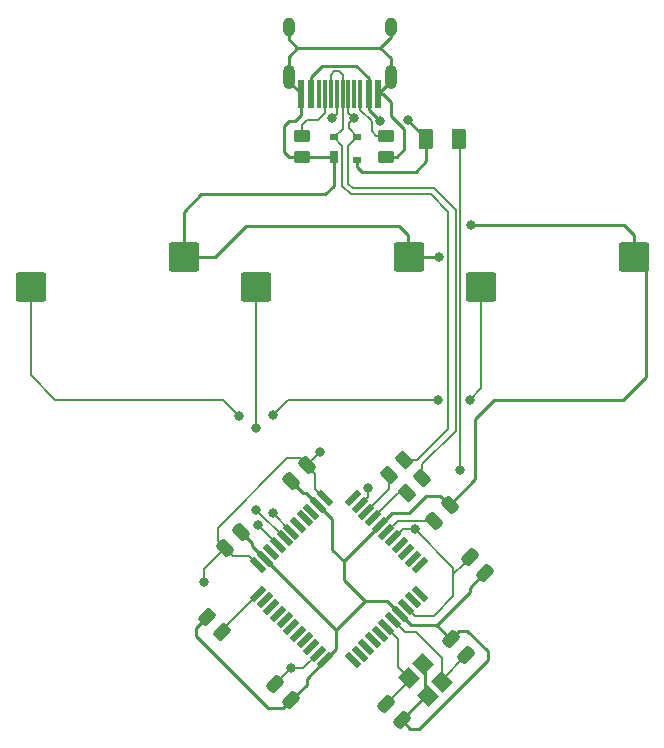
<source format=gbr>
%TF.GenerationSoftware,KiCad,Pcbnew,(6.0.10)*%
%TF.CreationDate,2023-01-18T13:12:32+09:00*%
%TF.ProjectId,3kpad,336b7061-642e-46b6-9963-61645f706362,rev?*%
%TF.SameCoordinates,Original*%
%TF.FileFunction,Copper,L2,Bot*%
%TF.FilePolarity,Positive*%
%FSLAX46Y46*%
G04 Gerber Fmt 4.6, Leading zero omitted, Abs format (unit mm)*
G04 Created by KiCad (PCBNEW (6.0.10)) date 2023-01-18 13:12:32*
%MOMM*%
%LPD*%
G01*
G04 APERTURE LIST*
G04 Aperture macros list*
%AMRoundRect*
0 Rectangle with rounded corners*
0 $1 Rounding radius*
0 $2 $3 $4 $5 $6 $7 $8 $9 X,Y pos of 4 corners*
0 Add a 4 corners polygon primitive as box body*
4,1,4,$2,$3,$4,$5,$6,$7,$8,$9,$2,$3,0*
0 Add four circle primitives for the rounded corners*
1,1,$1+$1,$2,$3*
1,1,$1+$1,$4,$5*
1,1,$1+$1,$6,$7*
1,1,$1+$1,$8,$9*
0 Add four rect primitives between the rounded corners*
20,1,$1+$1,$2,$3,$4,$5,0*
20,1,$1+$1,$4,$5,$6,$7,0*
20,1,$1+$1,$6,$7,$8,$9,0*
20,1,$1+$1,$8,$9,$2,$3,0*%
%AMRotRect*
0 Rectangle, with rotation*
0 The origin of the aperture is its center*
0 $1 length*
0 $2 width*
0 $3 Rotation angle, in degrees counterclockwise*
0 Add horizontal line*
21,1,$1,$2,0,0,$3*%
G04 Aperture macros list end*
%TA.AperFunction,SMDPad,CuDef*%
%ADD10RoundRect,0.200000X-1.075000X-1.050000X1.075000X-1.050000X1.075000X1.050000X-1.075000X1.050000X0*%
%TD*%
%TA.AperFunction,SMDPad,CuDef*%
%ADD11RoundRect,0.250000X-0.159099X0.512652X-0.512652X0.159099X0.159099X-0.512652X0.512652X-0.159099X0*%
%TD*%
%TA.AperFunction,SMDPad,CuDef*%
%ADD12R,0.600000X2.450000*%
%TD*%
%TA.AperFunction,SMDPad,CuDef*%
%ADD13R,0.300000X2.450000*%
%TD*%
%TA.AperFunction,ComponentPad*%
%ADD14O,1.000000X1.600000*%
%TD*%
%TA.AperFunction,ComponentPad*%
%ADD15O,1.000000X2.100000*%
%TD*%
%TA.AperFunction,SMDPad,CuDef*%
%ADD16R,0.700000X1.000000*%
%TD*%
%TA.AperFunction,SMDPad,CuDef*%
%ADD17R,0.700000X0.600000*%
%TD*%
%TA.AperFunction,SMDPad,CuDef*%
%ADD18RoundRect,0.250000X0.503814X0.132583X0.132583X0.503814X-0.503814X-0.132583X-0.132583X-0.503814X0*%
%TD*%
%TA.AperFunction,SMDPad,CuDef*%
%ADD19RoundRect,0.250000X0.450000X-0.262500X0.450000X0.262500X-0.450000X0.262500X-0.450000X-0.262500X0*%
%TD*%
%TA.AperFunction,SMDPad,CuDef*%
%ADD20RoundRect,0.250000X0.375000X0.625000X-0.375000X0.625000X-0.375000X-0.625000X0.375000X-0.625000X0*%
%TD*%
%TA.AperFunction,SMDPad,CuDef*%
%ADD21RoundRect,0.250000X0.512652X0.159099X0.159099X0.512652X-0.512652X-0.159099X-0.159099X-0.512652X0*%
%TD*%
%TA.AperFunction,SMDPad,CuDef*%
%ADD22RoundRect,0.250000X0.132583X-0.503814X0.503814X-0.132583X-0.132583X0.503814X-0.503814X0.132583X0*%
%TD*%
%TA.AperFunction,SMDPad,CuDef*%
%ADD23RotRect,1.500000X0.550000X225.000000*%
%TD*%
%TA.AperFunction,SMDPad,CuDef*%
%ADD24RotRect,1.500000X0.550000X135.000000*%
%TD*%
%TA.AperFunction,SMDPad,CuDef*%
%ADD25RoundRect,0.250000X-0.132583X0.503814X-0.503814X0.132583X0.132583X-0.503814X0.503814X-0.132583X0*%
%TD*%
%TA.AperFunction,SMDPad,CuDef*%
%ADD26RoundRect,0.250000X0.159099X-0.512652X0.512652X-0.159099X-0.159099X0.512652X-0.512652X0.159099X0*%
%TD*%
%TA.AperFunction,SMDPad,CuDef*%
%ADD27RoundRect,0.250000X-0.512652X-0.159099X-0.159099X-0.512652X0.512652X0.159099X0.159099X0.512652X0*%
%TD*%
%TA.AperFunction,SMDPad,CuDef*%
%ADD28RotRect,1.400000X1.200000X315.000000*%
%TD*%
%TA.AperFunction,ViaPad*%
%ADD29C,0.800000*%
%TD*%
%TA.AperFunction,Conductor*%
%ADD30C,0.250000*%
%TD*%
%TA.AperFunction,Conductor*%
%ADD31C,0.200000*%
%TD*%
G04 APERTURE END LIST*
D10*
%TO.P,SW2,1,1*%
%TO.N,COL1*%
X127852500Y-77628750D03*
%TO.P,SW2,2,2*%
%TO.N,GND*%
X140779500Y-75088750D03*
%TD*%
%TO.P,SW1,1,1*%
%TO.N,COL0*%
X108802500Y-77628750D03*
%TO.P,SW1,2,2*%
%TO.N,GND*%
X121729500Y-75088750D03*
%TD*%
%TO.P,SW3,1,1*%
%TO.N,COL2*%
X146902500Y-77628750D03*
%TO.P,SW3,2,2*%
%TO.N,GND*%
X159829500Y-75088750D03*
%TD*%
D11*
%TO.P,C6,1*%
%TO.N,GND*%
X144248509Y-96073757D03*
%TO.P,C6,2*%
%TO.N,Net-(C6-Pad2)*%
X142905007Y-97417259D03*
%TD*%
D12*
%TO.P,USB1,1,GND*%
%TO.N,GND*%
X131712500Y-61260000D03*
%TO.P,USB1,2,VBUS*%
%TO.N,VCC*%
X132487500Y-61260000D03*
D13*
%TO.P,USB1,3,SBU2*%
%TO.N,unconnected-(USB1-Pad3)*%
X133187500Y-61260000D03*
%TO.P,USB1,4,CC1*%
%TO.N,Net-(R4-Pad2)*%
X133687500Y-61260000D03*
%TO.P,USB1,5,DN2*%
%TO.N,D-*%
X134187500Y-61260000D03*
%TO.P,USB1,6,DP1*%
%TO.N,D+*%
X134687500Y-61260000D03*
%TO.P,USB1,7,DN1*%
%TO.N,D-*%
X135187500Y-61260000D03*
%TO.P,USB1,8,DP2*%
%TO.N,D+*%
X135687500Y-61260000D03*
%TO.P,USB1,9,SBU1*%
%TO.N,unconnected-(USB1-Pad9)*%
X136187500Y-61260000D03*
%TO.P,USB1,10,CC2*%
%TO.N,Net-(R5-Pad2)*%
X136687500Y-61260000D03*
D12*
%TO.P,USB1,11,VBUS*%
%TO.N,VCC*%
X137387500Y-61260000D03*
%TO.P,USB1,12,GND*%
%TO.N,GND*%
X138162500Y-61260000D03*
D14*
%TO.P,USB1,13,SHIELD*%
X130617500Y-55665000D03*
D15*
X130617500Y-59845000D03*
X139257500Y-59845000D03*
D14*
X139257500Y-55665000D03*
%TD*%
D16*
%TO.P,U2,1,GND*%
%TO.N,GND*%
X134450000Y-66662500D03*
D17*
%TO.P,U2,2,IO1*%
%TO.N,D-*%
X134450000Y-64962500D03*
%TO.P,U2,3,IO2*%
%TO.N,D+*%
X136450000Y-64962500D03*
%TO.P,U2,4,VCC*%
%TO.N,VCC*%
X136450000Y-66862500D03*
%TD*%
D18*
%TO.P,R3,1*%
%TO.N,Net-(R3-Pad1)*%
X124976246Y-106848522D03*
%TO.P,R3,2*%
%TO.N,GND*%
X123685776Y-105558052D03*
%TD*%
D19*
%TO.P,R4,1*%
%TO.N,GND*%
X131762500Y-66637500D03*
%TO.P,R4,2*%
%TO.N,Net-(R4-Pad2)*%
X131762500Y-64812500D03*
%TD*%
D20*
%TO.P,F1,1*%
%TO.N,+5V*%
X145068750Y-65087500D03*
%TO.P,F1,2*%
%TO.N,VCC*%
X142268750Y-65087500D03*
%TD*%
D21*
%TO.P,C3,1*%
%TO.N,GND*%
X140192300Y-114286401D03*
%TO.P,C3,2*%
%TO.N,Net-(C3-Pad2)*%
X138848798Y-112942899D03*
%TD*%
D19*
%TO.P,R5,1*%
%TO.N,GND*%
X138906250Y-66637500D03*
%TO.P,R5,2*%
%TO.N,Net-(R5-Pad2)*%
X138906250Y-64812500D03*
%TD*%
D22*
%TO.P,R2,1*%
%TO.N,Net-(R2-Pad1)*%
X140642265Y-95101485D03*
%TO.P,R2,2*%
%TO.N,D+*%
X141932735Y-93811015D03*
%TD*%
D23*
%TO.P,U1,1,PE6*%
%TO.N,unconnected-(U1-Pad1)*%
X136077823Y-95534814D03*
%TO.P,U1,2,UVCC*%
%TO.N,+5V*%
X136643508Y-96100500D03*
%TO.P,U1,3,D-*%
%TO.N,Net-(R1-Pad2)*%
X137209193Y-96666185D03*
%TO.P,U1,4,D+*%
%TO.N,Net-(R2-Pad1)*%
X137774879Y-97231870D03*
%TO.P,U1,5,UGND*%
%TO.N,GND*%
X138340564Y-97797556D03*
%TO.P,U1,6,UCAP*%
%TO.N,Net-(C6-Pad2)*%
X138906250Y-98363241D03*
%TO.P,U1,7,VBUS*%
%TO.N,+5V*%
X139471935Y-98928927D03*
%TO.P,U1,8,PB0*%
%TO.N,unconnected-(U1-Pad8)*%
X140037621Y-99494612D03*
%TO.P,U1,9,PB1*%
%TO.N,unconnected-(U1-Pad9)*%
X140603306Y-100060298D03*
%TO.P,U1,10,PB2*%
%TO.N,unconnected-(U1-Pad10)*%
X141168991Y-100625983D03*
%TO.P,U1,11,PB3*%
%TO.N,unconnected-(U1-Pad11)*%
X141734677Y-101191668D03*
D24*
%TO.P,U1,12,PB7*%
%TO.N,unconnected-(U1-Pad12)*%
X141734677Y-103595832D03*
%TO.P,U1,13,~{RESET}*%
%TO.N,unconnected-(U1-Pad13)*%
X141168991Y-104161517D03*
%TO.P,U1,14,VCC*%
%TO.N,+5V*%
X140603306Y-104727202D03*
%TO.P,U1,15,GND*%
%TO.N,GND*%
X140037621Y-105292888D03*
%TO.P,U1,16,XTAL2*%
%TO.N,Net-(C4-Pad2)*%
X139471935Y-105858573D03*
%TO.P,U1,17,XTAL1*%
%TO.N,Net-(C3-Pad2)*%
X138906250Y-106424259D03*
%TO.P,U1,18,PD0*%
%TO.N,unconnected-(U1-Pad18)*%
X138340564Y-106989944D03*
%TO.P,U1,19,PD1*%
%TO.N,unconnected-(U1-Pad19)*%
X137774879Y-107555630D03*
%TO.P,U1,20,PD2*%
%TO.N,unconnected-(U1-Pad20)*%
X137209193Y-108121315D03*
%TO.P,U1,21,PD3*%
%TO.N,unconnected-(U1-Pad21)*%
X136643508Y-108687000D03*
%TO.P,U1,22,PD5*%
%TO.N,unconnected-(U1-Pad22)*%
X136077823Y-109252686D03*
D23*
%TO.P,U1,23,GND*%
%TO.N,GND*%
X133673659Y-109252686D03*
%TO.P,U1,24,AVCC*%
%TO.N,+5V*%
X133107974Y-108687000D03*
%TO.P,U1,25,PD4*%
%TO.N,unconnected-(U1-Pad25)*%
X132542289Y-108121315D03*
%TO.P,U1,26,PD6*%
%TO.N,unconnected-(U1-Pad26)*%
X131976603Y-107555630D03*
%TO.P,U1,27,PD7*%
%TO.N,unconnected-(U1-Pad27)*%
X131410918Y-106989944D03*
%TO.P,U1,28,PB4*%
%TO.N,unconnected-(U1-Pad28)*%
X130845232Y-106424259D03*
%TO.P,U1,29,PB5*%
%TO.N,unconnected-(U1-Pad29)*%
X130279547Y-105858573D03*
%TO.P,U1,30,PB6*%
%TO.N,unconnected-(U1-Pad30)*%
X129713861Y-105292888D03*
%TO.P,U1,31,PC6*%
%TO.N,unconnected-(U1-Pad31)*%
X129148176Y-104727202D03*
%TO.P,U1,32,PC7*%
%TO.N,unconnected-(U1-Pad32)*%
X128582491Y-104161517D03*
%TO.P,U1,33,~{HWB}/PE2*%
%TO.N,Net-(R3-Pad1)*%
X128016805Y-103595832D03*
D24*
%TO.P,U1,34,VCC*%
%TO.N,+5V*%
X128016805Y-101191668D03*
%TO.P,U1,35,GND*%
%TO.N,GND*%
X128582491Y-100625983D03*
%TO.P,U1,36,PF7*%
%TO.N,unconnected-(U1-Pad36)*%
X129148176Y-100060298D03*
%TO.P,U1,37,PF6*%
%TO.N,COL0*%
X129713861Y-99494612D03*
%TO.P,U1,38,PF5*%
%TO.N,COL1*%
X130279547Y-98928927D03*
%TO.P,U1,39,PF4*%
%TO.N,COL2*%
X130845232Y-98363241D03*
%TO.P,U1,40,PF1*%
%TO.N,unconnected-(U1-Pad40)*%
X131410918Y-97797556D03*
%TO.P,U1,41,PF0*%
%TO.N,unconnected-(U1-Pad41)*%
X131976603Y-97231870D03*
%TO.P,U1,42,AREF*%
%TO.N,unconnected-(U1-Pad42)*%
X132542289Y-96666185D03*
%TO.P,U1,43,GND*%
%TO.N,GND*%
X133107974Y-96100500D03*
%TO.P,U1,44,AVCC*%
%TO.N,+5V*%
X133673659Y-95534814D03*
%TD*%
D25*
%TO.P,R1,1*%
%TO.N,D-*%
X140412455Y-92290735D03*
%TO.P,R1,2*%
%TO.N,Net-(R1-Pad2)*%
X139121985Y-93581205D03*
%TD*%
D26*
%TO.P,C2,1*%
%TO.N,+5V*%
X125219315Y-99702324D03*
%TO.P,C2,2*%
%TO.N,GND*%
X126562817Y-98358822D03*
%TD*%
D27*
%TO.P,C7,1*%
%TO.N,+5V*%
X129503249Y-111246999D03*
%TO.P,C7,2*%
%TO.N,GND*%
X130846751Y-112590501D03*
%TD*%
D11*
%TO.P,C5,1*%
%TO.N,+5V*%
X132179896Y-92741743D03*
%TO.P,C5,2*%
%TO.N,GND*%
X130836394Y-94085245D03*
%TD*%
D27*
%TO.P,C4,1*%
%TO.N,GND*%
X144337714Y-107445144D03*
%TO.P,C4,2*%
%TO.N,Net-(C4-Pad2)*%
X145681216Y-108788646D03*
%TD*%
D28*
%TO.P,Y1,1,1*%
%TO.N,GND*%
X142030778Y-109548787D03*
%TO.P,Y1,2,2*%
%TO.N,Net-(C4-Pad2)*%
X143586413Y-111104422D03*
%TO.P,Y1,3,3*%
%TO.N,GND*%
X142384332Y-112306503D03*
%TO.P,Y1,4,4*%
%TO.N,Net-(C3-Pad2)*%
X140828697Y-110750868D03*
%TD*%
D27*
%TO.P,C1,1*%
%TO.N,+5V*%
X145942190Y-100486307D03*
%TO.P,C1,2*%
%TO.N,GND*%
X147285692Y-101829809D03*
%TD*%
D29*
%TO.N,GND*%
X143360000Y-75092500D03*
X146030000Y-72422500D03*
%TO.N,+5V*%
X130837748Y-109912500D03*
X145160000Y-93152500D03*
X123440000Y-102622500D03*
X141304259Y-98116759D03*
X137349362Y-94681862D03*
X133289139Y-91632500D03*
%TO.N,VCC*%
X138347557Y-63550441D03*
X140713750Y-63532500D03*
%TO.N,COL0*%
X127995874Y-97776626D03*
X126405000Y-88517500D03*
%TO.N,COL1*%
X127850000Y-96499380D03*
X127846250Y-89606250D03*
%TO.N,COL2*%
X143270000Y-87172500D03*
X129270000Y-96792500D03*
X145960000Y-87172500D03*
X129270000Y-88502500D03*
%TO.N,D+*%
X134330000Y-63352500D03*
X136140000Y-63332500D03*
%TD*%
D30*
%TO.N,GND*%
X127540000Y-99583492D02*
X128582491Y-100625983D01*
X130846751Y-112590501D02*
X132140000Y-111297252D01*
X131200000Y-63612500D02*
X130630000Y-63612500D01*
X135280000Y-102421508D02*
X135280000Y-100852500D01*
X130836394Y-94085245D02*
X131863649Y-95112500D01*
X126562817Y-98358822D02*
X127540000Y-99336005D01*
X143360000Y-75092500D02*
X143356250Y-75088750D01*
X143150000Y-106232500D02*
X145940000Y-103442500D01*
X138162500Y-60940000D02*
X138162500Y-61260000D01*
X141691367Y-115035935D02*
X140941834Y-115035935D01*
X147475500Y-109251802D02*
X141691367Y-115035935D01*
X130617500Y-59845000D02*
X130617500Y-60165000D01*
X127540000Y-99336005D02*
X127540000Y-99583492D01*
X121729500Y-71263000D02*
X121729500Y-75088750D01*
X140829762Y-96752738D02*
X142290000Y-95292500D01*
X144248509Y-96063991D02*
X146420000Y-93892500D01*
X124346250Y-75088750D02*
X124350000Y-75092500D01*
X132140000Y-111297252D02*
X132140000Y-110786345D01*
X145728947Y-106741572D02*
X147475500Y-108488126D01*
X139775000Y-66637500D02*
X138906250Y-66637500D01*
X135280000Y-100852500D02*
X134300000Y-99872500D01*
X145940000Y-103082500D02*
X147192691Y-101829809D01*
X140773250Y-73215750D02*
X140773250Y-75088750D01*
X142384331Y-112306503D02*
X142172199Y-112094371D01*
X122770000Y-107182500D02*
X122770000Y-106473828D01*
X132119974Y-95112500D02*
X133107974Y-96100500D01*
X145940000Y-103442500D02*
X145940000Y-103082500D01*
X130210000Y-64032500D02*
X130210000Y-66212500D01*
X142172199Y-112306503D02*
X142384331Y-112306503D01*
X134450000Y-69052500D02*
X133720000Y-69782500D01*
X130846751Y-112590501D02*
X130144752Y-113292500D01*
X138947233Y-104202500D02*
X140037621Y-105292888D01*
X128880000Y-113292500D02*
X122770000Y-107182500D01*
X145041285Y-106741572D02*
X145728947Y-106741572D01*
X133720000Y-69782500D02*
X123210000Y-69782500D01*
X142030778Y-109548786D02*
X142234071Y-109548786D01*
X147475500Y-108488126D02*
X147475500Y-109251802D01*
X134450000Y-66662500D02*
X134450000Y-69052500D01*
X134610000Y-106653492D02*
X134610000Y-108316345D01*
X139385382Y-96752738D02*
X140829762Y-96752738D01*
X160910000Y-76169250D02*
X159829500Y-75088750D01*
X137060992Y-104202500D02*
X138947233Y-104202500D01*
X131762500Y-66637500D02*
X131787500Y-66662500D01*
X130617500Y-56630000D02*
X131370000Y-57382500D01*
X134300000Y-97292526D02*
X133107974Y-96100500D01*
X158950000Y-87242500D02*
X160910000Y-85282500D01*
X140050388Y-105292888D02*
X140990000Y-106232500D01*
X147192691Y-101829809D02*
X147285692Y-101829809D01*
X130617500Y-58135000D02*
X130617500Y-59845000D01*
X142172199Y-109690208D02*
X142030778Y-109548786D01*
X130630000Y-63612500D02*
X130210000Y-64032500D01*
X134300000Y-99872500D02*
X134300000Y-97292526D01*
X132140000Y-110786345D02*
X133673659Y-109252686D01*
X139257500Y-58260000D02*
X138380000Y-57382500D01*
X146420000Y-88832500D02*
X148010000Y-87242500D01*
X160910000Y-85282500D02*
X160910000Y-76169250D01*
X139257500Y-59845000D02*
X139257500Y-58260000D01*
X139257500Y-60165000D02*
X138162500Y-61260000D01*
X131863649Y-95112500D02*
X132119974Y-95112500D01*
X128582491Y-100625983D02*
X134610000Y-106653492D01*
X144337714Y-107445144D02*
X145041285Y-106741572D01*
X146420000Y-93892500D02*
X146420000Y-88832500D01*
X139300000Y-61962500D02*
X139300000Y-63162500D01*
X140430000Y-65982500D02*
X139775000Y-66637500D01*
X138162500Y-61260000D02*
X138597500Y-61260000D01*
X140037621Y-105292888D02*
X140050388Y-105292888D01*
X143356250Y-75088750D02*
X140773250Y-75088750D01*
X131712500Y-63100000D02*
X131200000Y-63612500D01*
X137060992Y-104202500D02*
X135280000Y-102421508D01*
X130617500Y-55665000D02*
X130617500Y-56630000D01*
X130617500Y-60165000D02*
X131712500Y-61260000D01*
X134610000Y-106653492D02*
X137060992Y-104202500D01*
X140941834Y-115035935D02*
X140192300Y-114286402D01*
X138597500Y-61260000D02*
X139300000Y-61962500D01*
X140430000Y-64292500D02*
X140430000Y-65982500D01*
X131787500Y-66662500D02*
X134450000Y-66662500D01*
X146030000Y-72422500D02*
X159040000Y-72422500D01*
X139257500Y-56505000D02*
X138380000Y-57382500D01*
X139257500Y-55665000D02*
X139257500Y-56505000D01*
X159829500Y-73212000D02*
X159829500Y-75088750D01*
X127010000Y-72432500D02*
X139990000Y-72432500D01*
X123210000Y-69782500D02*
X121729500Y-71263000D01*
X159040000Y-72422500D02*
X159829500Y-73212000D01*
X142290000Y-95292500D02*
X143467253Y-95292500D01*
X138380000Y-57382500D02*
X131370000Y-57382500D01*
X139257500Y-58810000D02*
X139257500Y-59845000D01*
X142172199Y-112094371D02*
X142172199Y-109690208D01*
X134610000Y-108316345D02*
X133673659Y-109252686D01*
X138340564Y-97797556D02*
X139385382Y-96752738D01*
X140990000Y-106232500D02*
X143125070Y-106232500D01*
X130144752Y-113292500D02*
X128880000Y-113292500D01*
X139990000Y-72432500D02*
X140773250Y-73215750D01*
X127010000Y-72432500D02*
X124350000Y-75092500D01*
X131370000Y-57382500D02*
X130617500Y-58135000D01*
X143467253Y-95292500D02*
X144248509Y-96073756D01*
X138334944Y-97797556D02*
X138340564Y-97797556D01*
X130635000Y-66637500D02*
X131762500Y-66637500D01*
X143125070Y-106232500D02*
X144337714Y-107445144D01*
X144248509Y-96073757D02*
X144248509Y-96063991D01*
X139300000Y-63162500D02*
X140430000Y-64292500D01*
X131712500Y-61260000D02*
X131712500Y-63100000D01*
X148010000Y-87242500D02*
X158950000Y-87242500D01*
X135280000Y-100852500D02*
X138334944Y-97797556D01*
X121729500Y-75088750D02*
X124346250Y-75088750D01*
X130210000Y-66212500D02*
X130635000Y-66637500D01*
X122770000Y-106473828D02*
X123685776Y-105558052D01*
X139257500Y-59845000D02*
X139257500Y-60165000D01*
X140192300Y-114286402D02*
X142172199Y-112306503D01*
D31*
%TO.N,+5V*%
X142950000Y-105452500D02*
X144580000Y-103822500D01*
X144580000Y-101962500D02*
X145492252Y-101050248D01*
X140284103Y-98116759D02*
X139471935Y-98928927D01*
X137349362Y-94681862D02*
X137349362Y-95394646D01*
X132890000Y-93451847D02*
X132890000Y-94751155D01*
X130500000Y-92122500D02*
X124620000Y-98002500D01*
X132179896Y-92741743D02*
X131560653Y-92122500D01*
X127257637Y-100432500D02*
X128016805Y-101191668D01*
X132179896Y-92741743D02*
X132890000Y-93451847D01*
X140603306Y-104727202D02*
X140604702Y-104727202D01*
X131560653Y-92122500D02*
X130500000Y-92122500D01*
X137349362Y-95394646D02*
X136643508Y-96100500D01*
X133289139Y-91632500D02*
X132179896Y-92741743D01*
X141304259Y-98116759D02*
X144580000Y-101392500D01*
X125219315Y-99702324D02*
X125949491Y-100432500D01*
X124620000Y-98002500D02*
X124620000Y-99103009D01*
X129503249Y-111246999D02*
X130837748Y-109912500D01*
X124620000Y-99103009D02*
X125219315Y-99702324D01*
X144580000Y-101392500D02*
X144580000Y-101962500D01*
X141330000Y-105452500D02*
X142950000Y-105452500D01*
X145160000Y-93152500D02*
X145160000Y-65178750D01*
X125949491Y-100432500D02*
X127257637Y-100432500D01*
X123440000Y-102622500D02*
X123440000Y-101481639D01*
X144580000Y-103822500D02*
X144580000Y-101962500D01*
X123440000Y-101481639D02*
X125219315Y-99702324D01*
X132890000Y-94751155D02*
X133673659Y-95534814D01*
X145492252Y-101050248D02*
X145500248Y-101050248D01*
X130837748Y-109912500D02*
X131882474Y-109912500D01*
X140604702Y-104727202D02*
X141330000Y-105452500D01*
X145160000Y-65178750D02*
X145068750Y-65087500D01*
X141304259Y-98116759D02*
X140284103Y-98116759D01*
X131882474Y-109912500D02*
X133107974Y-108687000D01*
%TO.N,Net-(C6-Pad2)*%
X142905007Y-97417259D02*
X139852232Y-97417259D01*
X139852232Y-97417259D02*
X138906250Y-98363241D01*
D30*
%TO.N,VCC*%
X141400000Y-67872500D02*
X136860000Y-67872500D01*
X132487500Y-59864951D02*
X133439951Y-58912500D01*
X142268750Y-65087500D02*
X142268750Y-67003750D01*
X137387500Y-59935000D02*
X137387500Y-61260000D01*
X142268750Y-67003750D02*
X141400000Y-67872500D01*
X133439951Y-58912500D02*
X136365000Y-58912500D01*
X138329616Y-63532500D02*
X138347557Y-63550441D01*
X138310000Y-63532500D02*
X138329616Y-63532500D01*
X136365000Y-58912500D02*
X137387500Y-59935000D01*
X137387500Y-62610000D02*
X138310000Y-63532500D01*
X136450000Y-67462500D02*
X136450000Y-66862500D01*
X132487500Y-61260000D02*
X132487500Y-59864951D01*
X136860000Y-67872500D02*
X136450000Y-67462500D01*
X140713750Y-63532500D02*
X142268750Y-65087500D01*
X137387500Y-61260000D02*
X137387500Y-62610000D01*
D31*
%TO.N,COL0*%
X126405000Y-88517500D02*
X125060000Y-87172500D01*
X127995874Y-97776626D02*
X129713861Y-99494612D01*
X108802500Y-85105000D02*
X108802500Y-77628750D01*
X110870000Y-87172500D02*
X108802500Y-85105000D01*
X125060000Y-87172500D02*
X110870000Y-87172500D01*
%TO.N,COL1*%
X127850000Y-96499380D02*
X130279547Y-98928927D01*
X127846250Y-89606250D02*
X127846250Y-77628750D01*
%TO.N,COL2*%
X145960000Y-87172500D02*
X146902500Y-86230000D01*
X130600000Y-87172500D02*
X143270000Y-87172500D01*
X146902500Y-86230000D02*
X146902500Y-77628750D01*
X130840741Y-98363241D02*
X130845232Y-98363241D01*
X129270000Y-96792500D02*
X130840741Y-98363241D01*
X129270000Y-88502500D02*
X130600000Y-87172500D01*
%TO.N,D-*%
X134470000Y-59382500D02*
X134920000Y-59382500D01*
X135187500Y-64225000D02*
X134450000Y-64962500D01*
X134450000Y-64962500D02*
X135160000Y-65672500D01*
X135160000Y-69052500D02*
X135890000Y-69782500D01*
X135187500Y-59650000D02*
X135187500Y-61260000D01*
X134187500Y-59665000D02*
X134470000Y-59382500D01*
X144160000Y-71260000D02*
X144160000Y-89652500D01*
X142682500Y-69782500D02*
X144160000Y-71260000D01*
X135160000Y-65672500D02*
X135160000Y-69052500D01*
X134920000Y-59382500D02*
X135187500Y-59650000D01*
X135187500Y-61260000D02*
X135187500Y-64225000D01*
X135890000Y-69782500D02*
X142682500Y-69782500D01*
X134187500Y-61260000D02*
X134187500Y-59665000D01*
X141521765Y-92290735D02*
X140412455Y-92290735D01*
X144160000Y-89652500D02*
X141521765Y-92290735D01*
%TO.N,Net-(R1-Pad2)*%
X139121985Y-93581205D02*
X139121985Y-94753393D01*
X139121985Y-94753393D02*
X137209193Y-96666185D01*
%TO.N,Net-(R2-Pad1)*%
X140642265Y-95101485D02*
X139905264Y-95101485D01*
X139905264Y-95101485D02*
X137774879Y-97231870D01*
%TO.N,D+*%
X136450000Y-64962500D02*
X135675686Y-65736814D01*
X144760000Y-71100000D02*
X144760000Y-89802500D01*
X136140000Y-63332500D02*
X135700000Y-63772500D01*
X135675686Y-65736814D02*
X135675686Y-68908186D01*
X135700000Y-64212500D02*
X136450000Y-64962500D01*
X135687500Y-62880000D02*
X135687500Y-61260000D01*
X142932500Y-69272500D02*
X144760000Y-71100000D01*
X136140000Y-63332500D02*
X135687500Y-62880000D01*
X144760000Y-89802500D02*
X141932735Y-92629765D01*
X135700000Y-63772500D02*
X135700000Y-64212500D01*
X134330000Y-63352500D02*
X134687500Y-62995000D01*
X141932735Y-92629765D02*
X141932735Y-93811015D01*
X134687500Y-62995000D02*
X134687500Y-61260000D01*
X136040000Y-69272500D02*
X142932500Y-69272500D01*
X135675686Y-68908186D02*
X136040000Y-69272500D01*
%TO.N,Net-(R3-Pad1)*%
X124976246Y-106636390D02*
X124976246Y-106848522D01*
X128016806Y-103595831D02*
X124976246Y-106636390D01*
%TO.N,Net-(R5-Pad2)*%
X136687500Y-62640050D02*
X137650000Y-63602550D01*
X137650000Y-63602550D02*
X137650000Y-64412500D01*
X136687500Y-61260000D02*
X136687500Y-62640050D01*
X137650000Y-64412500D02*
X138050000Y-64812500D01*
X138050000Y-64812500D02*
X138906250Y-64812500D01*
%TO.N,Net-(R4-Pad2)*%
X133687500Y-62935000D02*
X133150000Y-63472500D01*
X132180000Y-63472500D02*
X131762500Y-63890000D01*
X133687500Y-61260000D02*
X133687500Y-62935000D01*
X133150000Y-63472500D02*
X132180000Y-63472500D01*
X131762500Y-63890000D02*
X131762500Y-64812500D01*
%TO.N,Net-(C3-Pad2)*%
X139920000Y-107438009D02*
X138906250Y-106424259D01*
X139920000Y-109842171D02*
X139920000Y-107438009D01*
X138848798Y-112942899D02*
X140828697Y-110963000D01*
X140828697Y-110963000D02*
X140828697Y-110750868D01*
X140828697Y-110750868D02*
X139920000Y-109842171D01*
%TO.N,Net-(C4-Pad2)*%
X143586413Y-111104421D02*
X143586413Y-110883450D01*
X143586413Y-110883450D02*
X145681217Y-108788647D01*
X140485862Y-106872500D02*
X141370000Y-106872500D01*
X139471935Y-105858573D02*
X140485862Y-106872500D01*
X143586413Y-109088913D02*
X143586413Y-111104422D01*
X141370000Y-106872500D02*
X143586413Y-109088913D01*
%TD*%
M02*

</source>
